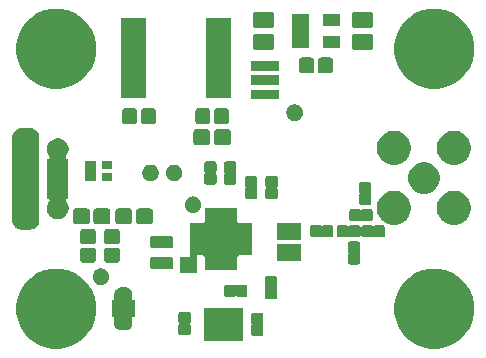
<source format=gts>
G04 #@! TF.GenerationSoftware,KiCad,Pcbnew,(5.0.0)*
G04 #@! TF.CreationDate,2019-01-10T03:08:01-03:00*
G04 #@! TF.ProjectId,EstacionTerrena,4573746163696F6E54657272656E612E,rev?*
G04 #@! TF.SameCoordinates,Original*
G04 #@! TF.FileFunction,Soldermask,Top*
G04 #@! TF.FilePolarity,Negative*
%FSLAX46Y46*%
G04 Gerber Fmt 4.6, Leading zero omitted, Abs format (unit mm)*
G04 Created by KiCad (PCBNEW (5.0.0)) date 01/10/19 03:08:01*
%MOMM*%
%LPD*%
G01*
G04 APERTURE LIST*
%ADD10C,0.100000*%
G04 APERTURE END LIST*
D10*
G36*
X36991743Y-22730660D02*
X37610503Y-22986958D01*
X38167377Y-23359050D01*
X38640950Y-23832623D01*
X39013042Y-24389497D01*
X39269340Y-25008257D01*
X39400000Y-25665128D01*
X39400000Y-26334872D01*
X39269340Y-26991743D01*
X39013042Y-27610503D01*
X38640950Y-28167377D01*
X38167377Y-28640950D01*
X37610503Y-29013042D01*
X36991743Y-29269340D01*
X36334872Y-29400000D01*
X35665128Y-29400000D01*
X35008257Y-29269340D01*
X34389497Y-29013042D01*
X33832623Y-28640950D01*
X33359050Y-28167377D01*
X32986958Y-27610503D01*
X32730660Y-26991743D01*
X32600000Y-26334872D01*
X32600000Y-25665128D01*
X32730660Y-25008257D01*
X32986958Y-24389497D01*
X33359050Y-23832623D01*
X33832623Y-23359050D01*
X34389497Y-22986958D01*
X35008257Y-22730660D01*
X35665128Y-22600000D01*
X36334872Y-22600000D01*
X36991743Y-22730660D01*
X36991743Y-22730660D01*
G37*
G36*
X4991743Y-22730660D02*
X5610503Y-22986958D01*
X6167377Y-23359050D01*
X6640950Y-23832623D01*
X7013042Y-24389497D01*
X7269340Y-25008257D01*
X7400000Y-25665128D01*
X7400000Y-26334872D01*
X7269340Y-26991743D01*
X7013042Y-27610503D01*
X6640950Y-28167377D01*
X6167377Y-28640950D01*
X5610503Y-29013042D01*
X4991743Y-29269340D01*
X4334872Y-29400000D01*
X3665128Y-29400000D01*
X3008257Y-29269340D01*
X2389497Y-29013042D01*
X1832623Y-28640950D01*
X1359050Y-28167377D01*
X986958Y-27610503D01*
X730660Y-26991743D01*
X600000Y-26334872D01*
X600000Y-25665128D01*
X730660Y-25008257D01*
X986958Y-24389497D01*
X1359050Y-23832623D01*
X1832623Y-23359050D01*
X2389497Y-22986958D01*
X3008257Y-22730660D01*
X3665128Y-22600000D01*
X4334872Y-22600000D01*
X4991743Y-22730660D01*
X4991743Y-22730660D01*
G37*
G36*
X19822400Y-28723400D02*
X16522400Y-28723400D01*
X16522400Y-25923400D01*
X19822400Y-25923400D01*
X19822400Y-28723400D01*
X19822400Y-28723400D01*
G37*
G36*
X21388174Y-26347548D02*
X21422768Y-26358042D01*
X21454641Y-26375078D01*
X21482587Y-26398013D01*
X21505522Y-26425959D01*
X21522558Y-26457832D01*
X21533052Y-26492426D01*
X21537200Y-26534541D01*
X21537200Y-27142259D01*
X21533052Y-27184374D01*
X21522558Y-27218968D01*
X21501413Y-27258528D01*
X21497443Y-27264469D01*
X21488064Y-27287108D01*
X21483283Y-27311141D01*
X21483281Y-27335645D01*
X21488060Y-27359679D01*
X21497437Y-27382318D01*
X21501405Y-27388258D01*
X21522558Y-27427832D01*
X21533052Y-27462426D01*
X21537200Y-27504541D01*
X21537200Y-28112259D01*
X21533052Y-28154374D01*
X21522558Y-28188968D01*
X21505522Y-28220841D01*
X21482587Y-28248787D01*
X21454641Y-28271722D01*
X21422768Y-28288758D01*
X21388174Y-28299252D01*
X21346059Y-28303400D01*
X20688341Y-28303400D01*
X20646226Y-28299252D01*
X20611632Y-28288758D01*
X20579759Y-28271722D01*
X20551813Y-28248787D01*
X20528878Y-28220841D01*
X20511842Y-28188968D01*
X20501348Y-28154374D01*
X20497200Y-28112259D01*
X20497200Y-27504541D01*
X20501348Y-27462426D01*
X20511842Y-27427832D01*
X20532987Y-27388272D01*
X20536957Y-27382331D01*
X20546336Y-27359692D01*
X20551117Y-27335659D01*
X20551119Y-27311155D01*
X20546340Y-27287121D01*
X20536963Y-27264482D01*
X20532995Y-27258542D01*
X20511842Y-27218968D01*
X20501348Y-27184374D01*
X20497200Y-27142259D01*
X20497200Y-26534541D01*
X20501348Y-26492426D01*
X20511842Y-26457832D01*
X20528878Y-26425959D01*
X20551813Y-26398013D01*
X20579759Y-26375078D01*
X20611632Y-26358042D01*
X20646226Y-26347548D01*
X20688341Y-26343400D01*
X21346059Y-26343400D01*
X21388174Y-26347548D01*
X21388174Y-26347548D01*
G37*
G36*
X15241374Y-26271248D02*
X15275968Y-26281742D01*
X15307841Y-26298778D01*
X15335787Y-26321713D01*
X15358722Y-26349659D01*
X15375758Y-26381532D01*
X15386252Y-26416126D01*
X15390400Y-26458241D01*
X15390400Y-27065959D01*
X15386252Y-27108074D01*
X15375758Y-27142668D01*
X15354613Y-27182228D01*
X15350643Y-27188169D01*
X15341264Y-27210808D01*
X15336483Y-27234841D01*
X15336481Y-27259345D01*
X15341260Y-27283379D01*
X15350637Y-27306018D01*
X15354605Y-27311958D01*
X15375758Y-27351532D01*
X15386252Y-27386126D01*
X15390400Y-27428241D01*
X15390400Y-28035959D01*
X15386252Y-28078074D01*
X15375758Y-28112668D01*
X15358722Y-28144541D01*
X15335787Y-28172487D01*
X15307841Y-28195422D01*
X15275968Y-28212458D01*
X15241374Y-28222952D01*
X15199259Y-28227100D01*
X14541541Y-28227100D01*
X14499426Y-28222952D01*
X14464832Y-28212458D01*
X14432959Y-28195422D01*
X14405013Y-28172487D01*
X14382078Y-28144541D01*
X14365042Y-28112668D01*
X14354548Y-28078074D01*
X14350400Y-28035959D01*
X14350400Y-27428241D01*
X14354548Y-27386126D01*
X14365042Y-27351532D01*
X14386187Y-27311972D01*
X14390157Y-27306031D01*
X14399536Y-27283392D01*
X14404317Y-27259359D01*
X14404319Y-27234855D01*
X14399540Y-27210821D01*
X14390163Y-27188182D01*
X14386195Y-27182242D01*
X14365042Y-27142668D01*
X14354548Y-27108074D01*
X14350400Y-27065959D01*
X14350400Y-26458241D01*
X14354548Y-26416126D01*
X14365042Y-26381532D01*
X14382078Y-26349659D01*
X14405013Y-26321713D01*
X14432959Y-26298778D01*
X14464832Y-26281742D01*
X14499426Y-26271248D01*
X14541541Y-26267100D01*
X15199259Y-26267100D01*
X15241374Y-26271248D01*
X15241374Y-26271248D01*
G37*
G36*
X9936000Y-24195408D02*
X9985009Y-24195408D01*
X10081142Y-24214530D01*
X10171698Y-24252039D01*
X10253197Y-24306495D01*
X10322505Y-24375803D01*
X10376961Y-24457302D01*
X10414470Y-24547858D01*
X10433592Y-24643991D01*
X10433592Y-24693000D01*
X10436000Y-24693000D01*
X10436000Y-25243000D01*
X10336624Y-25243000D01*
X10347612Y-25256388D01*
X10366554Y-25271934D01*
X10388165Y-25283485D01*
X10411614Y-25290598D01*
X10436000Y-25293000D01*
X10636000Y-25293000D01*
X10636000Y-26693000D01*
X10436000Y-26693000D01*
X10411614Y-26695402D01*
X10388165Y-26702515D01*
X10366554Y-26714066D01*
X10347612Y-26729612D01*
X10336624Y-26743000D01*
X10436000Y-26743000D01*
X10436000Y-27293000D01*
X10433592Y-27293000D01*
X10433592Y-27342009D01*
X10414470Y-27438142D01*
X10376961Y-27528698D01*
X10322505Y-27610197D01*
X10253197Y-27679505D01*
X10171698Y-27733961D01*
X10081142Y-27771470D01*
X9985009Y-27790592D01*
X9936000Y-27790592D01*
X9936000Y-27793000D01*
X9436000Y-27793000D01*
X9436000Y-27790592D01*
X9386991Y-27790592D01*
X9290858Y-27771470D01*
X9200302Y-27733961D01*
X9118803Y-27679505D01*
X9049495Y-27610197D01*
X8995039Y-27528698D01*
X8957530Y-27438142D01*
X8938408Y-27342009D01*
X8938408Y-27293000D01*
X8936000Y-27293000D01*
X8936000Y-26743000D01*
X9035376Y-26743000D01*
X9024388Y-26729612D01*
X9005446Y-26714066D01*
X8983835Y-26702515D01*
X8960386Y-26695402D01*
X8936000Y-26693000D01*
X8736000Y-26693000D01*
X8736000Y-25293000D01*
X8936000Y-25293000D01*
X8960386Y-25290598D01*
X8983835Y-25283485D01*
X9005446Y-25271934D01*
X9024388Y-25256388D01*
X9035376Y-25243000D01*
X8936000Y-25243000D01*
X8936000Y-24693000D01*
X8938408Y-24693000D01*
X8938408Y-24643991D01*
X8957530Y-24547858D01*
X8995039Y-24457302D01*
X9049495Y-24375803D01*
X9118803Y-24306495D01*
X9200302Y-24252039D01*
X9290858Y-24214530D01*
X9386991Y-24195408D01*
X9436000Y-24195408D01*
X9436000Y-24193000D01*
X9936000Y-24193000D01*
X9936000Y-24195408D01*
X9936000Y-24195408D01*
G37*
G36*
X22556574Y-23248748D02*
X22591168Y-23259242D01*
X22623041Y-23276278D01*
X22650987Y-23299213D01*
X22673922Y-23327159D01*
X22690958Y-23359032D01*
X22701452Y-23393626D01*
X22705600Y-23435741D01*
X22705600Y-24043459D01*
X22701452Y-24085574D01*
X22690958Y-24120168D01*
X22669813Y-24159728D01*
X22665843Y-24165669D01*
X22656464Y-24188308D01*
X22651683Y-24212341D01*
X22651681Y-24236845D01*
X22656460Y-24260879D01*
X22665837Y-24283518D01*
X22669805Y-24289458D01*
X22690958Y-24329032D01*
X22701452Y-24363626D01*
X22705600Y-24405741D01*
X22705600Y-25013459D01*
X22701452Y-25055574D01*
X22690958Y-25090168D01*
X22673922Y-25122041D01*
X22650987Y-25149987D01*
X22623041Y-25172922D01*
X22591168Y-25189958D01*
X22556574Y-25200452D01*
X22514459Y-25204600D01*
X21856741Y-25204600D01*
X21814626Y-25200452D01*
X21780032Y-25189958D01*
X21748159Y-25172922D01*
X21720213Y-25149987D01*
X21697278Y-25122041D01*
X21680242Y-25090168D01*
X21669748Y-25055574D01*
X21665600Y-25013459D01*
X21665600Y-24405741D01*
X21669748Y-24363626D01*
X21680242Y-24329032D01*
X21701387Y-24289472D01*
X21705357Y-24283531D01*
X21714736Y-24260892D01*
X21719517Y-24236859D01*
X21719519Y-24212355D01*
X21714740Y-24188321D01*
X21705363Y-24165682D01*
X21701395Y-24159742D01*
X21680242Y-24120168D01*
X21669748Y-24085574D01*
X21665600Y-24043459D01*
X21665600Y-23435741D01*
X21669748Y-23393626D01*
X21680242Y-23359032D01*
X21697278Y-23327159D01*
X21720213Y-23299213D01*
X21748159Y-23276278D01*
X21780032Y-23259242D01*
X21814626Y-23248748D01*
X21856741Y-23244600D01*
X22514459Y-23244600D01*
X22556574Y-23248748D01*
X22556574Y-23248748D01*
G37*
G36*
X19074874Y-23962748D02*
X19109468Y-23973242D01*
X19149028Y-23994387D01*
X19154969Y-23998357D01*
X19177608Y-24007736D01*
X19201641Y-24012517D01*
X19226145Y-24012519D01*
X19250179Y-24007740D01*
X19272818Y-23998363D01*
X19278758Y-23994395D01*
X19318332Y-23973242D01*
X19352926Y-23962748D01*
X19395041Y-23958600D01*
X20002759Y-23958600D01*
X20044874Y-23962748D01*
X20079468Y-23973242D01*
X20111341Y-23990278D01*
X20139287Y-24013213D01*
X20162222Y-24041159D01*
X20179258Y-24073032D01*
X20189752Y-24107626D01*
X20193900Y-24149741D01*
X20193900Y-24807459D01*
X20189752Y-24849574D01*
X20179258Y-24884168D01*
X20162222Y-24916041D01*
X20139287Y-24943987D01*
X20111341Y-24966922D01*
X20079468Y-24983958D01*
X20044874Y-24994452D01*
X20002759Y-24998600D01*
X19395041Y-24998600D01*
X19352926Y-24994452D01*
X19318332Y-24983958D01*
X19278772Y-24962813D01*
X19272831Y-24958843D01*
X19250192Y-24949464D01*
X19226159Y-24944683D01*
X19201655Y-24944681D01*
X19177621Y-24949460D01*
X19154982Y-24958837D01*
X19149042Y-24962805D01*
X19109468Y-24983958D01*
X19074874Y-24994452D01*
X19032759Y-24998600D01*
X18425041Y-24998600D01*
X18382926Y-24994452D01*
X18348332Y-24983958D01*
X18316459Y-24966922D01*
X18288513Y-24943987D01*
X18265578Y-24916041D01*
X18248542Y-24884168D01*
X18238048Y-24849574D01*
X18233900Y-24807459D01*
X18233900Y-24149741D01*
X18238048Y-24107626D01*
X18248542Y-24073032D01*
X18265578Y-24041159D01*
X18288513Y-24013213D01*
X18316459Y-23990278D01*
X18348332Y-23973242D01*
X18382926Y-23962748D01*
X18425041Y-23958600D01*
X19032759Y-23958600D01*
X19074874Y-23962748D01*
X19074874Y-23962748D01*
G37*
G36*
X7990183Y-22619900D02*
X8117574Y-22672668D01*
X8232225Y-22749275D01*
X8329725Y-22846775D01*
X8406332Y-22961426D01*
X8459100Y-23088817D01*
X8486000Y-23224055D01*
X8486000Y-23361945D01*
X8459100Y-23497183D01*
X8406332Y-23624574D01*
X8329725Y-23739225D01*
X8232225Y-23836725D01*
X8117574Y-23913332D01*
X7990183Y-23966100D01*
X7854945Y-23993000D01*
X7717055Y-23993000D01*
X7581817Y-23966100D01*
X7454426Y-23913332D01*
X7339775Y-23836725D01*
X7242275Y-23739225D01*
X7165668Y-23624574D01*
X7112900Y-23497183D01*
X7086000Y-23361945D01*
X7086000Y-23224055D01*
X7112900Y-23088817D01*
X7165668Y-22961426D01*
X7242275Y-22846775D01*
X7339775Y-22749275D01*
X7454426Y-22672668D01*
X7581817Y-22619900D01*
X7717055Y-22593000D01*
X7854945Y-22593000D01*
X7990183Y-22619900D01*
X7990183Y-22619900D01*
G37*
G36*
X19319200Y-18534800D02*
X19321602Y-18559186D01*
X19328715Y-18582635D01*
X19340266Y-18604246D01*
X19355812Y-18623188D01*
X19374754Y-18638734D01*
X19396365Y-18650285D01*
X19419814Y-18657398D01*
X19421442Y-18657558D01*
X19421602Y-18659186D01*
X19428715Y-18682635D01*
X19440266Y-18704246D01*
X19455812Y-18723188D01*
X19474754Y-18738734D01*
X19496365Y-18750285D01*
X19519814Y-18757398D01*
X19544200Y-18759800D01*
X20569200Y-18759800D01*
X20569200Y-21459800D01*
X19544200Y-21459800D01*
X19519814Y-21462202D01*
X19496365Y-21469315D01*
X19474754Y-21480866D01*
X19455812Y-21496412D01*
X19440266Y-21515354D01*
X19428715Y-21536965D01*
X19421602Y-21560414D01*
X19421442Y-21562042D01*
X19419814Y-21562202D01*
X19396365Y-21569315D01*
X19374754Y-21580866D01*
X19355812Y-21596412D01*
X19340266Y-21615354D01*
X19328715Y-21636965D01*
X19321602Y-21660414D01*
X19319200Y-21684800D01*
X19319200Y-22709800D01*
X16619200Y-22709800D01*
X16619200Y-21684800D01*
X16616798Y-21660414D01*
X16609685Y-21636965D01*
X16598134Y-21615354D01*
X16582588Y-21596412D01*
X16563646Y-21580866D01*
X16542035Y-21569315D01*
X16518586Y-21562202D01*
X16516958Y-21562042D01*
X16516798Y-21560414D01*
X16509685Y-21536965D01*
X16498134Y-21515354D01*
X16482588Y-21496412D01*
X16463646Y-21480866D01*
X16442035Y-21469315D01*
X16418586Y-21462202D01*
X16394200Y-21459800D01*
X16011000Y-21459800D01*
X15986614Y-21462202D01*
X15963165Y-21469315D01*
X15941554Y-21480866D01*
X15922612Y-21496412D01*
X15907066Y-21515354D01*
X15895515Y-21536965D01*
X15888402Y-21560414D01*
X15886000Y-21584800D01*
X15886000Y-22993000D01*
X14486000Y-22993000D01*
X14486000Y-21593000D01*
X15244200Y-21593000D01*
X15268586Y-21590598D01*
X15292035Y-21583485D01*
X15313646Y-21571934D01*
X15332588Y-21556388D01*
X15348134Y-21537446D01*
X15359685Y-21515835D01*
X15366798Y-21492386D01*
X15369200Y-21468000D01*
X15369200Y-18759800D01*
X16394200Y-18759800D01*
X16418586Y-18757398D01*
X16442035Y-18750285D01*
X16463646Y-18738734D01*
X16482588Y-18723188D01*
X16498134Y-18704246D01*
X16509685Y-18682635D01*
X16516798Y-18659186D01*
X16516958Y-18657558D01*
X16518586Y-18657398D01*
X16542035Y-18650285D01*
X16563646Y-18638734D01*
X16582588Y-18623188D01*
X16598134Y-18604246D01*
X16609685Y-18582635D01*
X16616798Y-18559186D01*
X16619200Y-18534800D01*
X16619200Y-17509800D01*
X19319200Y-17509800D01*
X19319200Y-18534800D01*
X19319200Y-18534800D01*
G37*
G36*
X12800974Y-21625948D02*
X12835568Y-21636442D01*
X12875128Y-21657587D01*
X12881069Y-21661557D01*
X12903708Y-21670936D01*
X12927741Y-21675717D01*
X12952245Y-21675719D01*
X12976279Y-21670940D01*
X12998918Y-21661563D01*
X13004858Y-21657595D01*
X13044432Y-21636442D01*
X13079026Y-21625948D01*
X13121141Y-21621800D01*
X13728859Y-21621800D01*
X13770974Y-21625948D01*
X13805568Y-21636442D01*
X13837441Y-21653478D01*
X13865387Y-21676413D01*
X13888322Y-21704359D01*
X13905358Y-21736232D01*
X13915852Y-21770826D01*
X13920000Y-21812941D01*
X13920000Y-22470659D01*
X13915852Y-22512774D01*
X13905358Y-22547368D01*
X13888322Y-22579241D01*
X13865387Y-22607187D01*
X13837441Y-22630122D01*
X13805568Y-22647158D01*
X13770974Y-22657652D01*
X13728859Y-22661800D01*
X13121141Y-22661800D01*
X13079026Y-22657652D01*
X13044432Y-22647158D01*
X13004872Y-22626013D01*
X12998931Y-22622043D01*
X12976292Y-22612664D01*
X12952259Y-22607883D01*
X12927755Y-22607881D01*
X12903721Y-22612660D01*
X12881082Y-22622037D01*
X12875142Y-22626005D01*
X12835568Y-22647158D01*
X12800974Y-22657652D01*
X12758859Y-22661800D01*
X12151141Y-22661800D01*
X12109026Y-22657652D01*
X12074432Y-22647158D01*
X12042559Y-22630122D01*
X12014613Y-22607187D01*
X11991678Y-22579241D01*
X11974642Y-22547368D01*
X11964148Y-22512774D01*
X11960000Y-22470659D01*
X11960000Y-21812941D01*
X11964148Y-21770826D01*
X11974642Y-21736232D01*
X11991678Y-21704359D01*
X12014613Y-21676413D01*
X12042559Y-21653478D01*
X12074432Y-21636442D01*
X12109026Y-21625948D01*
X12151141Y-21621800D01*
X12758859Y-21621800D01*
X12800974Y-21625948D01*
X12800974Y-21625948D01*
G37*
G36*
X29594774Y-20302348D02*
X29629368Y-20312842D01*
X29661241Y-20329878D01*
X29689187Y-20352813D01*
X29712122Y-20380759D01*
X29729158Y-20412632D01*
X29739652Y-20447226D01*
X29743800Y-20489341D01*
X29743800Y-21097059D01*
X29739652Y-21139174D01*
X29729158Y-21173768D01*
X29708013Y-21213328D01*
X29704043Y-21219269D01*
X29694664Y-21241908D01*
X29689883Y-21265941D01*
X29689881Y-21290445D01*
X29694660Y-21314479D01*
X29704037Y-21337118D01*
X29708005Y-21343058D01*
X29729158Y-21382632D01*
X29739652Y-21417226D01*
X29743800Y-21459341D01*
X29743800Y-22067059D01*
X29739652Y-22109174D01*
X29729158Y-22143768D01*
X29712122Y-22175641D01*
X29689187Y-22203587D01*
X29661241Y-22226522D01*
X29629368Y-22243558D01*
X29594774Y-22254052D01*
X29552659Y-22258200D01*
X28894941Y-22258200D01*
X28852826Y-22254052D01*
X28818232Y-22243558D01*
X28786359Y-22226522D01*
X28758413Y-22203587D01*
X28735478Y-22175641D01*
X28718442Y-22143768D01*
X28707948Y-22109174D01*
X28703800Y-22067059D01*
X28703800Y-21459341D01*
X28707948Y-21417226D01*
X28718442Y-21382632D01*
X28739587Y-21343072D01*
X28743557Y-21337131D01*
X28752936Y-21314492D01*
X28757717Y-21290459D01*
X28757719Y-21265955D01*
X28752940Y-21241921D01*
X28743563Y-21219282D01*
X28739595Y-21213342D01*
X28718442Y-21173768D01*
X28707948Y-21139174D01*
X28703800Y-21097059D01*
X28703800Y-20489341D01*
X28707948Y-20447226D01*
X28718442Y-20412632D01*
X28735478Y-20380759D01*
X28758413Y-20352813D01*
X28786359Y-20329878D01*
X28818232Y-20312842D01*
X28852826Y-20302348D01*
X28894941Y-20298200D01*
X29552659Y-20298200D01*
X29594774Y-20302348D01*
X29594774Y-20302348D01*
G37*
G36*
X9192222Y-20824117D02*
X9240185Y-20838666D01*
X9284375Y-20862286D01*
X9323118Y-20894082D01*
X9354914Y-20932825D01*
X9378534Y-20977015D01*
X9393083Y-21024978D01*
X9398600Y-21080991D01*
X9398600Y-21831209D01*
X9393083Y-21887222D01*
X9378534Y-21935185D01*
X9354914Y-21979375D01*
X9323118Y-22018118D01*
X9284375Y-22049914D01*
X9240185Y-22073534D01*
X9192222Y-22088083D01*
X9136209Y-22093600D01*
X8310991Y-22093600D01*
X8254978Y-22088083D01*
X8207015Y-22073534D01*
X8162825Y-22049914D01*
X8124082Y-22018118D01*
X8092286Y-21979375D01*
X8068666Y-21935185D01*
X8054117Y-21887222D01*
X8048600Y-21831209D01*
X8048600Y-21080991D01*
X8054117Y-21024978D01*
X8068666Y-20977015D01*
X8092286Y-20932825D01*
X8124082Y-20894082D01*
X8162825Y-20862286D01*
X8207015Y-20838666D01*
X8254978Y-20824117D01*
X8310991Y-20818600D01*
X9136209Y-20818600D01*
X9192222Y-20824117D01*
X9192222Y-20824117D01*
G37*
G36*
X7160222Y-20824117D02*
X7208185Y-20838666D01*
X7252375Y-20862286D01*
X7291118Y-20894082D01*
X7322914Y-20932825D01*
X7346534Y-20977015D01*
X7361083Y-21024978D01*
X7366600Y-21080991D01*
X7366600Y-21831209D01*
X7361083Y-21887222D01*
X7346534Y-21935185D01*
X7322914Y-21979375D01*
X7291118Y-22018118D01*
X7252375Y-22049914D01*
X7208185Y-22073534D01*
X7160222Y-22088083D01*
X7104209Y-22093600D01*
X6278991Y-22093600D01*
X6222978Y-22088083D01*
X6175015Y-22073534D01*
X6130825Y-22049914D01*
X6092082Y-22018118D01*
X6060286Y-21979375D01*
X6036666Y-21935185D01*
X6022117Y-21887222D01*
X6016600Y-21831209D01*
X6016600Y-21080991D01*
X6022117Y-21024978D01*
X6036666Y-20977015D01*
X6060286Y-20932825D01*
X6092082Y-20894082D01*
X6130825Y-20862286D01*
X6175015Y-20838666D01*
X6222978Y-20824117D01*
X6278991Y-20818600D01*
X7104209Y-20818600D01*
X7160222Y-20824117D01*
X7160222Y-20824117D01*
G37*
G36*
X24734600Y-21959800D02*
X22684600Y-21959800D01*
X22684600Y-20559800D01*
X24734600Y-20559800D01*
X24734600Y-21959800D01*
X24734600Y-21959800D01*
G37*
G36*
X12800974Y-19847948D02*
X12835568Y-19858442D01*
X12875128Y-19879587D01*
X12881069Y-19883557D01*
X12903708Y-19892936D01*
X12927741Y-19897717D01*
X12952245Y-19897719D01*
X12976279Y-19892940D01*
X12998918Y-19883563D01*
X13004858Y-19879595D01*
X13044432Y-19858442D01*
X13079026Y-19847948D01*
X13121141Y-19843800D01*
X13728859Y-19843800D01*
X13770974Y-19847948D01*
X13805568Y-19858442D01*
X13837441Y-19875478D01*
X13865387Y-19898413D01*
X13888322Y-19926359D01*
X13905358Y-19958232D01*
X13915852Y-19992826D01*
X13920000Y-20034941D01*
X13920000Y-20692659D01*
X13915852Y-20734774D01*
X13905358Y-20769368D01*
X13888322Y-20801241D01*
X13865387Y-20829187D01*
X13837441Y-20852122D01*
X13805568Y-20869158D01*
X13770974Y-20879652D01*
X13728859Y-20883800D01*
X13121141Y-20883800D01*
X13079026Y-20879652D01*
X13044432Y-20869158D01*
X13004872Y-20848013D01*
X12998931Y-20844043D01*
X12976292Y-20834664D01*
X12952259Y-20829883D01*
X12927755Y-20829881D01*
X12903721Y-20834660D01*
X12881082Y-20844037D01*
X12875142Y-20848005D01*
X12835568Y-20869158D01*
X12800974Y-20879652D01*
X12758859Y-20883800D01*
X12151141Y-20883800D01*
X12109026Y-20879652D01*
X12074432Y-20869158D01*
X12042559Y-20852122D01*
X12014613Y-20829187D01*
X11991678Y-20801241D01*
X11974642Y-20769368D01*
X11964148Y-20734774D01*
X11960000Y-20692659D01*
X11960000Y-20034941D01*
X11964148Y-19992826D01*
X11974642Y-19958232D01*
X11991678Y-19926359D01*
X12014613Y-19898413D01*
X12042559Y-19875478D01*
X12074432Y-19858442D01*
X12109026Y-19847948D01*
X12151141Y-19843800D01*
X12758859Y-19843800D01*
X12800974Y-19847948D01*
X12800974Y-19847948D01*
G37*
G36*
X7160222Y-19249117D02*
X7208185Y-19263666D01*
X7252375Y-19287286D01*
X7291118Y-19319082D01*
X7322914Y-19357825D01*
X7346534Y-19402015D01*
X7361083Y-19449978D01*
X7366600Y-19505991D01*
X7366600Y-20256209D01*
X7361083Y-20312222D01*
X7346534Y-20360185D01*
X7322914Y-20404375D01*
X7291118Y-20443118D01*
X7252375Y-20474914D01*
X7208185Y-20498534D01*
X7160222Y-20513083D01*
X7104209Y-20518600D01*
X6278991Y-20518600D01*
X6222978Y-20513083D01*
X6175015Y-20498534D01*
X6130825Y-20474914D01*
X6092082Y-20443118D01*
X6060286Y-20404375D01*
X6036666Y-20360185D01*
X6022117Y-20312222D01*
X6016600Y-20256209D01*
X6016600Y-19505991D01*
X6022117Y-19449978D01*
X6036666Y-19402015D01*
X6060286Y-19357825D01*
X6092082Y-19319082D01*
X6130825Y-19287286D01*
X6175015Y-19263666D01*
X6222978Y-19249117D01*
X6278991Y-19243600D01*
X7104209Y-19243600D01*
X7160222Y-19249117D01*
X7160222Y-19249117D01*
G37*
G36*
X9192222Y-19249117D02*
X9240185Y-19263666D01*
X9284375Y-19287286D01*
X9323118Y-19319082D01*
X9354914Y-19357825D01*
X9378534Y-19402015D01*
X9393083Y-19449978D01*
X9398600Y-19505991D01*
X9398600Y-20256209D01*
X9393083Y-20312222D01*
X9378534Y-20360185D01*
X9354914Y-20404375D01*
X9323118Y-20443118D01*
X9284375Y-20474914D01*
X9240185Y-20498534D01*
X9192222Y-20513083D01*
X9136209Y-20518600D01*
X8310991Y-20518600D01*
X8254978Y-20513083D01*
X8207015Y-20498534D01*
X8162825Y-20474914D01*
X8124082Y-20443118D01*
X8092286Y-20404375D01*
X8068666Y-20360185D01*
X8054117Y-20312222D01*
X8048600Y-20256209D01*
X8048600Y-19505991D01*
X8054117Y-19449978D01*
X8068666Y-19402015D01*
X8092286Y-19357825D01*
X8124082Y-19319082D01*
X8162825Y-19287286D01*
X8207015Y-19263666D01*
X8254978Y-19249117D01*
X8310991Y-19243600D01*
X9136209Y-19243600D01*
X9192222Y-19249117D01*
X9192222Y-19249117D01*
G37*
G36*
X24734600Y-20159800D02*
X22684600Y-20159800D01*
X22684600Y-18759800D01*
X24734600Y-18759800D01*
X24734600Y-20159800D01*
X24734600Y-20159800D01*
G37*
G36*
X28599774Y-18933548D02*
X28634368Y-18944042D01*
X28673928Y-18965187D01*
X28679869Y-18969157D01*
X28702508Y-18978536D01*
X28726541Y-18983317D01*
X28751045Y-18983319D01*
X28775079Y-18978540D01*
X28797718Y-18969163D01*
X28803658Y-18965195D01*
X28843232Y-18944042D01*
X28877826Y-18933548D01*
X28919941Y-18929400D01*
X29527659Y-18929400D01*
X29569774Y-18933548D01*
X29604368Y-18944042D01*
X29636241Y-18961078D01*
X29664187Y-18984013D01*
X29691504Y-19017298D01*
X29697470Y-19026228D01*
X29714797Y-19043556D01*
X29735170Y-19057171D01*
X29757809Y-19066549D01*
X29781842Y-19071331D01*
X29806347Y-19071332D01*
X29830380Y-19066552D01*
X29853020Y-19057176D01*
X29873395Y-19043563D01*
X29890723Y-19026236D01*
X29896691Y-19017305D01*
X29924013Y-18984013D01*
X29951959Y-18961078D01*
X29983832Y-18944042D01*
X30018426Y-18933548D01*
X30060541Y-18929400D01*
X30668259Y-18929400D01*
X30710374Y-18933548D01*
X30744968Y-18944042D01*
X30784528Y-18965187D01*
X30790469Y-18969157D01*
X30813108Y-18978536D01*
X30837141Y-18983317D01*
X30861645Y-18983319D01*
X30885679Y-18978540D01*
X30908318Y-18969163D01*
X30914258Y-18965195D01*
X30953832Y-18944042D01*
X30988426Y-18933548D01*
X31030541Y-18929400D01*
X31638259Y-18929400D01*
X31680374Y-18933548D01*
X31714968Y-18944042D01*
X31746841Y-18961078D01*
X31774787Y-18984013D01*
X31797722Y-19011959D01*
X31814758Y-19043832D01*
X31825252Y-19078426D01*
X31829400Y-19120541D01*
X31829400Y-19778259D01*
X31825252Y-19820374D01*
X31814758Y-19854968D01*
X31797722Y-19886841D01*
X31774787Y-19914787D01*
X31746841Y-19937722D01*
X31714968Y-19954758D01*
X31680374Y-19965252D01*
X31638259Y-19969400D01*
X31030541Y-19969400D01*
X30988426Y-19965252D01*
X30953832Y-19954758D01*
X30914272Y-19933613D01*
X30908331Y-19929643D01*
X30885692Y-19920264D01*
X30861659Y-19915483D01*
X30837155Y-19915481D01*
X30813121Y-19920260D01*
X30790482Y-19929637D01*
X30784542Y-19933605D01*
X30744968Y-19954758D01*
X30710374Y-19965252D01*
X30668259Y-19969400D01*
X30060541Y-19969400D01*
X30018426Y-19965252D01*
X29983832Y-19954758D01*
X29951959Y-19937722D01*
X29924013Y-19914787D01*
X29896696Y-19881502D01*
X29890730Y-19872572D01*
X29873403Y-19855244D01*
X29853030Y-19841629D01*
X29830391Y-19832251D01*
X29806358Y-19827469D01*
X29781853Y-19827468D01*
X29757820Y-19832248D01*
X29735180Y-19841624D01*
X29714805Y-19855237D01*
X29697477Y-19872564D01*
X29691509Y-19881495D01*
X29664187Y-19914787D01*
X29636241Y-19937722D01*
X29604368Y-19954758D01*
X29569774Y-19965252D01*
X29527659Y-19969400D01*
X28919941Y-19969400D01*
X28877826Y-19965252D01*
X28843232Y-19954758D01*
X28803672Y-19933613D01*
X28797731Y-19929643D01*
X28775092Y-19920264D01*
X28751059Y-19915483D01*
X28726555Y-19915481D01*
X28702521Y-19920260D01*
X28679882Y-19929637D01*
X28673942Y-19933605D01*
X28634368Y-19954758D01*
X28599774Y-19965252D01*
X28557659Y-19969400D01*
X27949941Y-19969400D01*
X27907826Y-19965252D01*
X27873232Y-19954758D01*
X27841359Y-19937722D01*
X27813413Y-19914787D01*
X27790478Y-19886841D01*
X27773442Y-19854968D01*
X27762948Y-19820374D01*
X27758800Y-19778259D01*
X27758800Y-19120541D01*
X27762948Y-19078426D01*
X27773442Y-19043832D01*
X27790478Y-19011959D01*
X27813413Y-18984013D01*
X27841359Y-18961078D01*
X27873232Y-18944042D01*
X27907826Y-18933548D01*
X27949941Y-18929400D01*
X28557659Y-18929400D01*
X28599774Y-18933548D01*
X28599774Y-18933548D01*
G37*
G36*
X26354375Y-18920549D02*
X26388969Y-18931043D01*
X26428529Y-18952188D01*
X26434470Y-18956158D01*
X26457109Y-18965537D01*
X26481142Y-18970318D01*
X26505646Y-18970320D01*
X26529680Y-18965541D01*
X26552319Y-18956164D01*
X26558259Y-18952196D01*
X26597833Y-18931043D01*
X26632427Y-18920549D01*
X26674542Y-18916401D01*
X27282260Y-18916401D01*
X27324375Y-18920549D01*
X27358969Y-18931043D01*
X27390842Y-18948079D01*
X27418788Y-18971014D01*
X27441723Y-18998960D01*
X27458759Y-19030833D01*
X27469253Y-19065427D01*
X27473401Y-19107542D01*
X27473401Y-19765260D01*
X27469253Y-19807375D01*
X27458759Y-19841969D01*
X27441723Y-19873842D01*
X27418788Y-19901788D01*
X27390842Y-19924723D01*
X27358969Y-19941759D01*
X27324375Y-19952253D01*
X27282260Y-19956401D01*
X26674542Y-19956401D01*
X26632427Y-19952253D01*
X26597833Y-19941759D01*
X26558273Y-19920614D01*
X26552332Y-19916644D01*
X26529693Y-19907265D01*
X26505660Y-19902484D01*
X26481156Y-19902482D01*
X26457122Y-19907261D01*
X26434483Y-19916638D01*
X26428543Y-19920606D01*
X26388969Y-19941759D01*
X26354375Y-19952253D01*
X26312260Y-19956401D01*
X25704542Y-19956401D01*
X25662427Y-19952253D01*
X25627833Y-19941759D01*
X25595960Y-19924723D01*
X25568014Y-19901788D01*
X25545079Y-19873842D01*
X25528043Y-19841969D01*
X25517549Y-19807375D01*
X25513401Y-19765260D01*
X25513401Y-19107542D01*
X25517549Y-19065427D01*
X25528043Y-19030833D01*
X25545079Y-18998960D01*
X25568014Y-18971014D01*
X25595960Y-18948079D01*
X25627833Y-18931043D01*
X25662427Y-18920549D01*
X25704542Y-18916401D01*
X26312260Y-18916401D01*
X26354375Y-18920549D01*
X26354375Y-18920549D01*
G37*
G36*
X1897149Y-10707717D02*
X1936327Y-10711576D01*
X2011728Y-10734449D01*
X2087129Y-10757321D01*
X2226108Y-10831608D01*
X2347922Y-10931578D01*
X2447892Y-11053392D01*
X2522179Y-11192371D01*
X2527916Y-11211285D01*
X2537293Y-11233924D01*
X2550907Y-11254299D01*
X2568234Y-11271626D01*
X2579500Y-11279154D01*
X2579500Y-11454565D01*
X2580102Y-11466817D01*
X2583370Y-11500000D01*
X2580102Y-11533183D01*
X2579500Y-11545435D01*
X2579500Y-18454565D01*
X2580102Y-18466817D01*
X2583370Y-18500000D01*
X2580102Y-18533183D01*
X2579500Y-18545435D01*
X2579500Y-18720311D01*
X2578088Y-18721066D01*
X2559146Y-18736612D01*
X2543600Y-18755554D01*
X2532049Y-18777165D01*
X2527916Y-18788715D01*
X2522179Y-18807629D01*
X2447892Y-18946608D01*
X2347922Y-19068422D01*
X2226108Y-19168392D01*
X2087129Y-19242679D01*
X2030688Y-19259800D01*
X1936327Y-19288424D01*
X1897149Y-19292283D01*
X1818795Y-19300000D01*
X1040205Y-19300000D01*
X961851Y-19292283D01*
X922673Y-19288424D01*
X828312Y-19259800D01*
X771871Y-19242679D01*
X632892Y-19168392D01*
X511078Y-19068422D01*
X411108Y-18946608D01*
X336821Y-18807629D01*
X331084Y-18788715D01*
X321707Y-18766076D01*
X308093Y-18745701D01*
X290766Y-18728374D01*
X279500Y-18720846D01*
X279500Y-18545435D01*
X278898Y-18533183D01*
X275630Y-18500000D01*
X278898Y-18466817D01*
X279500Y-18454565D01*
X279500Y-11545435D01*
X278898Y-11533183D01*
X275630Y-11500000D01*
X278898Y-11466817D01*
X279500Y-11454565D01*
X279500Y-11279689D01*
X280912Y-11278934D01*
X299854Y-11263388D01*
X315400Y-11244446D01*
X326951Y-11222835D01*
X331084Y-11211285D01*
X336821Y-11192371D01*
X411108Y-11053392D01*
X511078Y-10931578D01*
X632892Y-10831608D01*
X771871Y-10757321D01*
X847272Y-10734449D01*
X922673Y-10711576D01*
X961851Y-10707717D01*
X1040205Y-10700000D01*
X1818795Y-10700000D01*
X1897149Y-10707717D01*
X1897149Y-10707717D01*
G37*
G36*
X33022547Y-16073922D02*
X33286433Y-16183227D01*
X33523924Y-16341913D01*
X33725887Y-16543876D01*
X33884573Y-16781367D01*
X33993878Y-17045253D01*
X34049600Y-17325386D01*
X34049600Y-17611014D01*
X33993878Y-17891147D01*
X33884573Y-18155033D01*
X33725887Y-18392524D01*
X33523924Y-18594487D01*
X33286433Y-18753173D01*
X33022547Y-18862478D01*
X32742414Y-18918200D01*
X32456786Y-18918200D01*
X32176653Y-18862478D01*
X31912767Y-18753173D01*
X31675276Y-18594487D01*
X31473313Y-18392524D01*
X31314627Y-18155033D01*
X31205322Y-17891147D01*
X31149600Y-17611014D01*
X31149600Y-17325386D01*
X31205322Y-17045253D01*
X31314627Y-16781367D01*
X31473313Y-16543876D01*
X31675276Y-16341913D01*
X31912767Y-16183227D01*
X32176653Y-16073922D01*
X32456786Y-16018200D01*
X32742414Y-16018200D01*
X33022547Y-16073922D01*
X33022547Y-16073922D01*
G37*
G36*
X38102547Y-16073922D02*
X38366433Y-16183227D01*
X38603924Y-16341913D01*
X38805887Y-16543876D01*
X38964573Y-16781367D01*
X39073878Y-17045253D01*
X39129600Y-17325386D01*
X39129600Y-17611014D01*
X39073878Y-17891147D01*
X38964573Y-18155033D01*
X38805887Y-18392524D01*
X38603924Y-18594487D01*
X38366433Y-18753173D01*
X38102547Y-18862478D01*
X37822414Y-18918200D01*
X37536786Y-18918200D01*
X37256653Y-18862478D01*
X36992767Y-18753173D01*
X36755276Y-18594487D01*
X36553313Y-18392524D01*
X36394627Y-18155033D01*
X36285322Y-17891147D01*
X36229600Y-17611014D01*
X36229600Y-17325386D01*
X36285322Y-17045253D01*
X36394627Y-16781367D01*
X36553313Y-16543876D01*
X36755276Y-16341913D01*
X36992767Y-16183227D01*
X37256653Y-16073922D01*
X37536786Y-16018200D01*
X37822414Y-16018200D01*
X38102547Y-16073922D01*
X38102547Y-16073922D01*
G37*
G36*
X10231730Y-17510277D02*
X10283210Y-17525893D01*
X10330642Y-17551246D01*
X10372227Y-17585373D01*
X10406354Y-17626958D01*
X10431707Y-17674390D01*
X10447323Y-17725870D01*
X10453200Y-17785540D01*
X10453200Y-18573260D01*
X10447323Y-18632930D01*
X10431707Y-18684410D01*
X10406354Y-18731842D01*
X10372227Y-18773427D01*
X10330642Y-18807554D01*
X10283210Y-18832907D01*
X10231730Y-18848523D01*
X10172060Y-18854400D01*
X9284340Y-18854400D01*
X9224670Y-18848523D01*
X9173190Y-18832907D01*
X9125758Y-18807554D01*
X9084173Y-18773427D01*
X9050046Y-18731842D01*
X9024693Y-18684410D01*
X9009077Y-18632930D01*
X9003200Y-18573260D01*
X9003200Y-17785540D01*
X9009077Y-17725870D01*
X9024693Y-17674390D01*
X9050046Y-17626958D01*
X9084173Y-17585373D01*
X9125758Y-17551246D01*
X9173190Y-17525893D01*
X9224670Y-17510277D01*
X9284340Y-17504400D01*
X10172060Y-17504400D01*
X10231730Y-17510277D01*
X10231730Y-17510277D01*
G37*
G36*
X11981730Y-17510277D02*
X12033210Y-17525893D01*
X12080642Y-17551246D01*
X12122227Y-17585373D01*
X12156354Y-17626958D01*
X12181707Y-17674390D01*
X12197323Y-17725870D01*
X12203200Y-17785540D01*
X12203200Y-18573260D01*
X12197323Y-18632930D01*
X12181707Y-18684410D01*
X12156354Y-18731842D01*
X12122227Y-18773427D01*
X12080642Y-18807554D01*
X12033210Y-18832907D01*
X11981730Y-18848523D01*
X11922060Y-18854400D01*
X11034340Y-18854400D01*
X10974670Y-18848523D01*
X10923190Y-18832907D01*
X10875758Y-18807554D01*
X10834173Y-18773427D01*
X10800046Y-18731842D01*
X10774693Y-18684410D01*
X10759077Y-18632930D01*
X10753200Y-18573260D01*
X10753200Y-17785540D01*
X10759077Y-17725870D01*
X10774693Y-17674390D01*
X10800046Y-17626958D01*
X10834173Y-17585373D01*
X10875758Y-17551246D01*
X10923190Y-17525893D01*
X10974670Y-17510277D01*
X11034340Y-17504400D01*
X11922060Y-17504400D01*
X11981730Y-17510277D01*
X11981730Y-17510277D01*
G37*
G36*
X6624930Y-17510277D02*
X6676410Y-17525893D01*
X6723842Y-17551246D01*
X6765427Y-17585373D01*
X6799554Y-17626958D01*
X6824907Y-17674390D01*
X6840523Y-17725870D01*
X6846400Y-17785540D01*
X6846400Y-18573260D01*
X6840523Y-18632930D01*
X6824907Y-18684410D01*
X6799554Y-18731842D01*
X6765427Y-18773427D01*
X6723842Y-18807554D01*
X6676410Y-18832907D01*
X6624930Y-18848523D01*
X6565260Y-18854400D01*
X5677540Y-18854400D01*
X5617870Y-18848523D01*
X5566390Y-18832907D01*
X5518958Y-18807554D01*
X5477373Y-18773427D01*
X5443246Y-18731842D01*
X5417893Y-18684410D01*
X5402277Y-18632930D01*
X5396400Y-18573260D01*
X5396400Y-17785540D01*
X5402277Y-17725870D01*
X5417893Y-17674390D01*
X5443246Y-17626958D01*
X5477373Y-17585373D01*
X5518958Y-17551246D01*
X5566390Y-17525893D01*
X5617870Y-17510277D01*
X5677540Y-17504400D01*
X6565260Y-17504400D01*
X6624930Y-17510277D01*
X6624930Y-17510277D01*
G37*
G36*
X8374930Y-17510277D02*
X8426410Y-17525893D01*
X8473842Y-17551246D01*
X8515427Y-17585373D01*
X8549554Y-17626958D01*
X8574907Y-17674390D01*
X8590523Y-17725870D01*
X8596400Y-17785540D01*
X8596400Y-18573260D01*
X8590523Y-18632930D01*
X8574907Y-18684410D01*
X8549554Y-18731842D01*
X8515427Y-18773427D01*
X8473842Y-18807554D01*
X8426410Y-18832907D01*
X8374930Y-18848523D01*
X8315260Y-18854400D01*
X7427540Y-18854400D01*
X7367870Y-18848523D01*
X7316390Y-18832907D01*
X7268958Y-18807554D01*
X7227373Y-18773427D01*
X7193246Y-18731842D01*
X7167893Y-18684410D01*
X7152277Y-18632930D01*
X7146400Y-18573260D01*
X7146400Y-17785540D01*
X7152277Y-17725870D01*
X7167893Y-17674390D01*
X7193246Y-17626958D01*
X7227373Y-17585373D01*
X7268958Y-17551246D01*
X7316390Y-17525893D01*
X7367870Y-17510277D01*
X7427540Y-17504400D01*
X8315260Y-17504400D01*
X8374930Y-17510277D01*
X8374930Y-17510277D01*
G37*
G36*
X29666574Y-17561948D02*
X29701168Y-17572442D01*
X29740728Y-17593587D01*
X29746669Y-17597557D01*
X29769308Y-17606936D01*
X29793341Y-17611717D01*
X29817845Y-17611719D01*
X29841879Y-17606940D01*
X29864518Y-17597563D01*
X29870458Y-17593595D01*
X29910032Y-17572442D01*
X29944626Y-17561948D01*
X29986741Y-17557800D01*
X30594459Y-17557800D01*
X30636574Y-17561948D01*
X30671168Y-17572442D01*
X30703041Y-17589478D01*
X30730987Y-17612413D01*
X30753922Y-17640359D01*
X30770958Y-17672232D01*
X30781452Y-17706826D01*
X30785600Y-17748941D01*
X30785600Y-18406659D01*
X30781452Y-18448774D01*
X30770958Y-18483368D01*
X30753922Y-18515241D01*
X30730987Y-18543187D01*
X30703041Y-18566122D01*
X30671168Y-18583158D01*
X30636574Y-18593652D01*
X30594459Y-18597800D01*
X29986741Y-18597800D01*
X29944626Y-18593652D01*
X29910032Y-18583158D01*
X29870472Y-18562013D01*
X29864531Y-18558043D01*
X29841892Y-18548664D01*
X29817859Y-18543883D01*
X29793355Y-18543881D01*
X29769321Y-18548660D01*
X29746682Y-18558037D01*
X29740742Y-18562005D01*
X29701168Y-18583158D01*
X29666574Y-18593652D01*
X29624459Y-18597800D01*
X29016741Y-18597800D01*
X28974626Y-18593652D01*
X28940032Y-18583158D01*
X28908159Y-18566122D01*
X28880213Y-18543187D01*
X28857278Y-18515241D01*
X28840242Y-18483368D01*
X28829748Y-18448774D01*
X28825600Y-18406659D01*
X28825600Y-17748941D01*
X28829748Y-17706826D01*
X28840242Y-17672232D01*
X28857278Y-17640359D01*
X28880213Y-17612413D01*
X28908159Y-17589478D01*
X28940032Y-17572442D01*
X28974626Y-17561948D01*
X29016741Y-17557800D01*
X29624459Y-17557800D01*
X29666574Y-17561948D01*
X29666574Y-17561948D01*
G37*
G36*
X4399311Y-11610546D02*
X4399314Y-11610547D01*
X4399313Y-11610547D01*
X4567652Y-11680275D01*
X4567653Y-11680276D01*
X4719156Y-11781507D01*
X4847993Y-11910344D01*
X4847995Y-11910347D01*
X4949225Y-12061848D01*
X4993357Y-12168393D01*
X5018954Y-12230189D01*
X5054500Y-12408894D01*
X5054500Y-12591106D01*
X5018954Y-12769811D01*
X5018953Y-12769813D01*
X4949225Y-12938152D01*
X4949224Y-12938153D01*
X4845603Y-13093233D01*
X4835491Y-13105554D01*
X4823940Y-13127165D01*
X4816827Y-13150614D01*
X4814425Y-13175000D01*
X4816827Y-13199386D01*
X4823940Y-13222835D01*
X4835491Y-13244446D01*
X4851037Y-13263388D01*
X4869979Y-13278934D01*
X4891590Y-13290485D01*
X4915039Y-13297598D01*
X4939425Y-13300000D01*
X5004500Y-13300000D01*
X5004500Y-16700000D01*
X4939425Y-16700000D01*
X4915039Y-16702402D01*
X4891590Y-16709515D01*
X4869979Y-16721066D01*
X4851037Y-16736612D01*
X4835491Y-16755554D01*
X4823940Y-16777165D01*
X4816827Y-16800614D01*
X4814425Y-16825000D01*
X4816827Y-16849386D01*
X4823940Y-16872835D01*
X4835491Y-16894446D01*
X4845603Y-16906767D01*
X4847995Y-16910347D01*
X4949225Y-17061848D01*
X4974992Y-17124055D01*
X5018954Y-17230189D01*
X5054500Y-17408894D01*
X5054500Y-17591106D01*
X5018954Y-17769811D01*
X5018953Y-17769813D01*
X4949225Y-17938152D01*
X4849360Y-18087611D01*
X4847993Y-18089656D01*
X4719156Y-18218493D01*
X4719153Y-18218495D01*
X4567652Y-18319725D01*
X4437448Y-18373657D01*
X4399311Y-18389454D01*
X4220606Y-18425000D01*
X4038394Y-18425000D01*
X3859689Y-18389454D01*
X3821552Y-18373657D01*
X3691348Y-18319725D01*
X3539847Y-18218495D01*
X3539844Y-18218493D01*
X3411007Y-18089656D01*
X3409640Y-18087611D01*
X3309775Y-17938152D01*
X3240047Y-17769813D01*
X3240046Y-17769811D01*
X3204500Y-17591106D01*
X3204500Y-17408894D01*
X3240046Y-17230189D01*
X3284008Y-17124055D01*
X3309775Y-17061848D01*
X3411005Y-16910347D01*
X3413397Y-16906767D01*
X3423509Y-16894446D01*
X3435060Y-16872835D01*
X3442173Y-16849386D01*
X3444575Y-16825000D01*
X3442173Y-16800614D01*
X3435060Y-16777165D01*
X3423509Y-16755554D01*
X3407963Y-16736612D01*
X3389021Y-16721066D01*
X3367410Y-16709515D01*
X3343961Y-16702402D01*
X3319575Y-16700000D01*
X3254500Y-16700000D01*
X3254500Y-13300000D01*
X3319575Y-13300000D01*
X3343961Y-13297598D01*
X3367410Y-13290485D01*
X3389021Y-13278934D01*
X3407963Y-13263388D01*
X3423509Y-13244446D01*
X3435060Y-13222835D01*
X3442173Y-13199386D01*
X3444575Y-13175000D01*
X3442173Y-13150614D01*
X3435060Y-13127165D01*
X3423509Y-13105554D01*
X3413397Y-13093233D01*
X3309776Y-12938153D01*
X3309775Y-12938152D01*
X3240047Y-12769813D01*
X3240046Y-12769811D01*
X3204500Y-12591106D01*
X3204500Y-12408894D01*
X3240046Y-12230189D01*
X3265643Y-12168393D01*
X3309775Y-12061848D01*
X3411005Y-11910347D01*
X3411007Y-11910344D01*
X3539844Y-11781507D01*
X3691347Y-11680276D01*
X3691348Y-11680275D01*
X3859687Y-11610547D01*
X3859686Y-11610547D01*
X3859689Y-11610546D01*
X4038394Y-11575000D01*
X4220606Y-11575000D01*
X4399311Y-11610546D01*
X4399311Y-11610546D01*
G37*
G36*
X15790183Y-16519900D02*
X15917574Y-16572668D01*
X16032225Y-16649275D01*
X16129725Y-16746775D01*
X16206332Y-16861426D01*
X16259100Y-16988817D01*
X16286000Y-17124055D01*
X16286000Y-17261945D01*
X16259100Y-17397183D01*
X16214688Y-17504400D01*
X16206332Y-17524574D01*
X16129726Y-17639224D01*
X16032224Y-17736726D01*
X16001859Y-17757015D01*
X15917574Y-17813332D01*
X15790183Y-17866100D01*
X15654945Y-17893000D01*
X15517055Y-17893000D01*
X15381817Y-17866100D01*
X15254426Y-17813332D01*
X15170141Y-17757015D01*
X15139776Y-17736726D01*
X15042274Y-17639224D01*
X14965668Y-17524574D01*
X14957312Y-17504400D01*
X14912900Y-17397183D01*
X14886000Y-17261945D01*
X14886000Y-17124055D01*
X14912900Y-16988817D01*
X14965668Y-16861426D01*
X15042275Y-16746775D01*
X15139775Y-16649275D01*
X15254426Y-16572668D01*
X15381817Y-16519900D01*
X15517055Y-16493000D01*
X15654945Y-16493000D01*
X15790183Y-16519900D01*
X15790183Y-16519900D01*
G37*
G36*
X30532174Y-15273148D02*
X30566768Y-15283642D01*
X30598641Y-15300678D01*
X30626587Y-15323613D01*
X30649522Y-15351559D01*
X30666558Y-15383432D01*
X30677052Y-15418026D01*
X30681200Y-15460141D01*
X30681200Y-16067859D01*
X30677052Y-16109974D01*
X30666558Y-16144568D01*
X30645413Y-16184128D01*
X30641443Y-16190069D01*
X30632064Y-16212708D01*
X30627283Y-16236741D01*
X30627281Y-16261245D01*
X30632060Y-16285279D01*
X30641437Y-16307918D01*
X30645405Y-16313858D01*
X30666558Y-16353432D01*
X30677052Y-16388026D01*
X30681200Y-16430141D01*
X30681200Y-17037859D01*
X30677052Y-17079974D01*
X30666558Y-17114568D01*
X30649522Y-17146441D01*
X30626587Y-17174387D01*
X30598641Y-17197322D01*
X30566768Y-17214358D01*
X30532174Y-17224852D01*
X30490059Y-17229000D01*
X29832341Y-17229000D01*
X29790226Y-17224852D01*
X29755632Y-17214358D01*
X29723759Y-17197322D01*
X29695813Y-17174387D01*
X29672878Y-17146441D01*
X29655842Y-17114568D01*
X29645348Y-17079974D01*
X29641200Y-17037859D01*
X29641200Y-16430141D01*
X29645348Y-16388026D01*
X29655842Y-16353432D01*
X29676987Y-16313872D01*
X29680957Y-16307931D01*
X29690336Y-16285292D01*
X29695117Y-16261259D01*
X29695119Y-16236755D01*
X29690340Y-16212721D01*
X29680963Y-16190082D01*
X29676995Y-16184142D01*
X29655842Y-16144568D01*
X29645348Y-16109974D01*
X29641200Y-16067859D01*
X29641200Y-15460141D01*
X29645348Y-15418026D01*
X29655842Y-15383432D01*
X29672878Y-15351559D01*
X29695813Y-15323613D01*
X29723759Y-15300678D01*
X29755632Y-15283642D01*
X29790226Y-15273148D01*
X29832341Y-15269000D01*
X30490059Y-15269000D01*
X30532174Y-15273148D01*
X30532174Y-15273148D01*
G37*
G36*
X20880174Y-14765148D02*
X20914768Y-14775642D01*
X20946641Y-14792678D01*
X20974587Y-14815613D01*
X20997522Y-14843559D01*
X21014558Y-14875432D01*
X21025052Y-14910026D01*
X21029200Y-14952141D01*
X21029200Y-15559859D01*
X21025052Y-15601974D01*
X21014558Y-15636568D01*
X20993413Y-15676128D01*
X20989443Y-15682069D01*
X20980064Y-15704708D01*
X20975283Y-15728741D01*
X20975281Y-15753245D01*
X20980060Y-15777279D01*
X20989437Y-15799918D01*
X20993405Y-15805858D01*
X21014558Y-15845432D01*
X21025052Y-15880026D01*
X21029200Y-15922141D01*
X21029200Y-16529859D01*
X21025052Y-16571974D01*
X21014558Y-16606568D01*
X20997522Y-16638441D01*
X20974587Y-16666387D01*
X20946641Y-16689322D01*
X20914768Y-16706358D01*
X20880174Y-16716852D01*
X20838059Y-16721000D01*
X20180341Y-16721000D01*
X20138226Y-16716852D01*
X20103632Y-16706358D01*
X20071759Y-16689322D01*
X20043813Y-16666387D01*
X20020878Y-16638441D01*
X20003842Y-16606568D01*
X19993348Y-16571974D01*
X19989200Y-16529859D01*
X19989200Y-15922141D01*
X19993348Y-15880026D01*
X20003842Y-15845432D01*
X20024987Y-15805872D01*
X20028957Y-15799931D01*
X20038336Y-15777292D01*
X20043117Y-15753259D01*
X20043119Y-15728755D01*
X20038340Y-15704721D01*
X20028963Y-15682082D01*
X20024995Y-15676142D01*
X20003842Y-15636568D01*
X19993348Y-15601974D01*
X19989200Y-15559859D01*
X19989200Y-14952141D01*
X19993348Y-14910026D01*
X20003842Y-14875432D01*
X20020878Y-14843559D01*
X20043813Y-14815613D01*
X20071759Y-14792678D01*
X20103632Y-14775642D01*
X20138226Y-14765148D01*
X20180341Y-14761000D01*
X20838059Y-14761000D01*
X20880174Y-14765148D01*
X20880174Y-14765148D01*
G37*
G36*
X22607374Y-14765148D02*
X22641968Y-14775642D01*
X22673841Y-14792678D01*
X22701787Y-14815613D01*
X22724722Y-14843559D01*
X22741758Y-14875432D01*
X22752252Y-14910026D01*
X22756400Y-14952141D01*
X22756400Y-15559859D01*
X22752252Y-15601974D01*
X22741758Y-15636568D01*
X22720613Y-15676128D01*
X22716643Y-15682069D01*
X22707264Y-15704708D01*
X22702483Y-15728741D01*
X22702481Y-15753245D01*
X22707260Y-15777279D01*
X22716637Y-15799918D01*
X22720605Y-15805858D01*
X22741758Y-15845432D01*
X22752252Y-15880026D01*
X22756400Y-15922141D01*
X22756400Y-16529859D01*
X22752252Y-16571974D01*
X22741758Y-16606568D01*
X22724722Y-16638441D01*
X22701787Y-16666387D01*
X22673841Y-16689322D01*
X22641968Y-16706358D01*
X22607374Y-16716852D01*
X22565259Y-16721000D01*
X21907541Y-16721000D01*
X21865426Y-16716852D01*
X21830832Y-16706358D01*
X21798959Y-16689322D01*
X21771013Y-16666387D01*
X21748078Y-16638441D01*
X21731042Y-16606568D01*
X21720548Y-16571974D01*
X21716400Y-16529859D01*
X21716400Y-15922141D01*
X21720548Y-15880026D01*
X21731042Y-15845432D01*
X21752187Y-15805872D01*
X21756157Y-15799931D01*
X21765536Y-15777292D01*
X21770317Y-15753259D01*
X21770319Y-15728755D01*
X21765540Y-15704721D01*
X21756163Y-15682082D01*
X21752195Y-15676142D01*
X21731042Y-15636568D01*
X21720548Y-15601974D01*
X21716400Y-15559859D01*
X21716400Y-14952141D01*
X21720548Y-14910026D01*
X21731042Y-14875432D01*
X21748078Y-14843559D01*
X21771013Y-14815613D01*
X21798959Y-14792678D01*
X21830832Y-14775642D01*
X21865426Y-14765148D01*
X21907541Y-14761000D01*
X22565259Y-14761000D01*
X22607374Y-14765148D01*
X22607374Y-14765148D01*
G37*
G36*
X35533378Y-13630079D02*
X35779066Y-13731846D01*
X36000178Y-13879589D01*
X36188211Y-14067622D01*
X36335954Y-14288734D01*
X36437721Y-14534422D01*
X36489600Y-14795235D01*
X36489600Y-15061165D01*
X36437721Y-15321978D01*
X36335954Y-15567666D01*
X36188211Y-15788778D01*
X36000178Y-15976811D01*
X35779066Y-16124554D01*
X35533378Y-16226321D01*
X35272565Y-16278200D01*
X35006635Y-16278200D01*
X34745822Y-16226321D01*
X34500134Y-16124554D01*
X34279022Y-15976811D01*
X34090989Y-15788778D01*
X33943246Y-15567666D01*
X33841479Y-15321978D01*
X33789600Y-15061165D01*
X33789600Y-14795235D01*
X33841479Y-14534422D01*
X33943246Y-14288734D01*
X34090989Y-14067622D01*
X34279022Y-13879589D01*
X34500134Y-13731846D01*
X34745822Y-13630079D01*
X35006635Y-13578200D01*
X35272565Y-13578200D01*
X35533378Y-13630079D01*
X35533378Y-13630079D01*
G37*
G36*
X19102174Y-13532148D02*
X19136768Y-13542642D01*
X19168641Y-13559678D01*
X19196587Y-13582613D01*
X19219522Y-13610559D01*
X19236558Y-13642432D01*
X19247052Y-13677026D01*
X19251200Y-13719141D01*
X19251200Y-14326859D01*
X19247052Y-14368974D01*
X19236558Y-14403568D01*
X19215413Y-14443128D01*
X19211443Y-14449069D01*
X19202064Y-14471708D01*
X19197283Y-14495741D01*
X19197281Y-14520245D01*
X19202060Y-14544279D01*
X19211437Y-14566918D01*
X19215405Y-14572858D01*
X19236558Y-14612432D01*
X19247052Y-14647026D01*
X19251200Y-14689141D01*
X19251200Y-15296859D01*
X19247052Y-15338974D01*
X19236558Y-15373568D01*
X19219522Y-15405441D01*
X19196587Y-15433387D01*
X19168641Y-15456322D01*
X19136768Y-15473358D01*
X19102174Y-15483852D01*
X19060059Y-15488000D01*
X18402341Y-15488000D01*
X18360226Y-15483852D01*
X18325632Y-15473358D01*
X18293759Y-15456322D01*
X18265813Y-15433387D01*
X18242878Y-15405441D01*
X18225842Y-15373568D01*
X18215348Y-15338974D01*
X18211200Y-15296859D01*
X18211200Y-14689141D01*
X18215348Y-14647026D01*
X18225842Y-14612432D01*
X18246987Y-14572872D01*
X18250957Y-14566931D01*
X18260336Y-14544292D01*
X18265117Y-14520259D01*
X18265119Y-14495755D01*
X18260340Y-14471721D01*
X18250963Y-14449082D01*
X18246995Y-14443142D01*
X18225842Y-14403568D01*
X18215348Y-14368974D01*
X18211200Y-14326859D01*
X18211200Y-13719141D01*
X18215348Y-13677026D01*
X18225842Y-13642432D01*
X18242878Y-13610559D01*
X18265813Y-13582613D01*
X18293759Y-13559678D01*
X18325632Y-13542642D01*
X18360226Y-13532148D01*
X18402341Y-13528000D01*
X19060059Y-13528000D01*
X19102174Y-13532148D01*
X19102174Y-13532148D01*
G37*
G36*
X17425774Y-13532148D02*
X17460368Y-13542642D01*
X17492241Y-13559678D01*
X17520187Y-13582613D01*
X17543122Y-13610559D01*
X17560158Y-13642432D01*
X17570652Y-13677026D01*
X17574800Y-13719141D01*
X17574800Y-14326859D01*
X17570652Y-14368974D01*
X17560158Y-14403568D01*
X17539013Y-14443128D01*
X17535043Y-14449069D01*
X17525664Y-14471708D01*
X17520883Y-14495741D01*
X17520881Y-14520245D01*
X17525660Y-14544279D01*
X17535037Y-14566918D01*
X17539005Y-14572858D01*
X17560158Y-14612432D01*
X17570652Y-14647026D01*
X17574800Y-14689141D01*
X17574800Y-15296859D01*
X17570652Y-15338974D01*
X17560158Y-15373568D01*
X17543122Y-15405441D01*
X17520187Y-15433387D01*
X17492241Y-15456322D01*
X17460368Y-15473358D01*
X17425774Y-15483852D01*
X17383659Y-15488000D01*
X16725941Y-15488000D01*
X16683826Y-15483852D01*
X16649232Y-15473358D01*
X16617359Y-15456322D01*
X16589413Y-15433387D01*
X16566478Y-15405441D01*
X16549442Y-15373568D01*
X16538948Y-15338974D01*
X16534800Y-15296859D01*
X16534800Y-14689141D01*
X16538948Y-14647026D01*
X16549442Y-14612432D01*
X16570587Y-14572872D01*
X16574557Y-14566931D01*
X16583936Y-14544292D01*
X16588717Y-14520259D01*
X16588719Y-14495755D01*
X16583940Y-14471721D01*
X16574563Y-14449082D01*
X16570595Y-14443142D01*
X16549442Y-14403568D01*
X16538948Y-14368974D01*
X16534800Y-14326859D01*
X16534800Y-13719141D01*
X16538948Y-13677026D01*
X16549442Y-13642432D01*
X16566478Y-13610559D01*
X16589413Y-13582613D01*
X16617359Y-13559678D01*
X16649232Y-13542642D01*
X16683826Y-13532148D01*
X16725941Y-13528000D01*
X17383659Y-13528000D01*
X17425774Y-13532148D01*
X17425774Y-13532148D01*
G37*
G36*
X7331000Y-15194000D02*
X6481000Y-15194000D01*
X6481000Y-13494000D01*
X7331000Y-13494000D01*
X7331000Y-15194000D01*
X7331000Y-15194000D01*
G37*
G36*
X8731000Y-15194000D02*
X7881000Y-15194000D01*
X7881000Y-14494000D01*
X8731000Y-14494000D01*
X8731000Y-15194000D01*
X8731000Y-15194000D01*
G37*
G36*
X14190183Y-13819900D02*
X14317574Y-13872668D01*
X14432224Y-13949274D01*
X14529726Y-14046776D01*
X14565289Y-14100000D01*
X14606332Y-14161426D01*
X14659100Y-14288817D01*
X14686000Y-14424055D01*
X14686000Y-14561945D01*
X14659100Y-14697183D01*
X14618484Y-14795237D01*
X14606332Y-14824574D01*
X14529726Y-14939224D01*
X14432224Y-15036726D01*
X14395651Y-15061163D01*
X14317574Y-15113332D01*
X14190183Y-15166100D01*
X14054945Y-15193000D01*
X13917055Y-15193000D01*
X13781817Y-15166100D01*
X13654426Y-15113332D01*
X13576349Y-15061163D01*
X13539776Y-15036726D01*
X13442274Y-14939224D01*
X13365668Y-14824574D01*
X13353516Y-14795237D01*
X13312900Y-14697183D01*
X13286000Y-14561945D01*
X13286000Y-14424055D01*
X13312900Y-14288817D01*
X13365668Y-14161426D01*
X13406711Y-14100000D01*
X13442274Y-14046776D01*
X13539776Y-13949274D01*
X13654426Y-13872668D01*
X13781817Y-13819900D01*
X13917055Y-13793000D01*
X14054945Y-13793000D01*
X14190183Y-13819900D01*
X14190183Y-13819900D01*
G37*
G36*
X12190183Y-13819900D02*
X12317574Y-13872668D01*
X12432224Y-13949274D01*
X12529726Y-14046776D01*
X12565289Y-14100000D01*
X12606332Y-14161426D01*
X12659100Y-14288817D01*
X12686000Y-14424055D01*
X12686000Y-14561945D01*
X12659100Y-14697183D01*
X12618484Y-14795237D01*
X12606332Y-14824574D01*
X12529726Y-14939224D01*
X12432224Y-15036726D01*
X12395651Y-15061163D01*
X12317574Y-15113332D01*
X12190183Y-15166100D01*
X12054945Y-15193000D01*
X11917055Y-15193000D01*
X11781817Y-15166100D01*
X11654426Y-15113332D01*
X11576349Y-15061163D01*
X11539776Y-15036726D01*
X11442274Y-14939224D01*
X11365668Y-14824574D01*
X11353516Y-14795237D01*
X11312900Y-14697183D01*
X11286000Y-14561945D01*
X11286000Y-14424055D01*
X11312900Y-14288817D01*
X11365668Y-14161426D01*
X11406711Y-14100000D01*
X11442274Y-14046776D01*
X11539776Y-13949274D01*
X11654426Y-13872668D01*
X11781817Y-13819900D01*
X11917055Y-13793000D01*
X12054945Y-13793000D01*
X12190183Y-13819900D01*
X12190183Y-13819900D01*
G37*
G36*
X8731000Y-14194000D02*
X7881000Y-14194000D01*
X7881000Y-13494000D01*
X8731000Y-13494000D01*
X8731000Y-14194000D01*
X8731000Y-14194000D01*
G37*
G36*
X33022547Y-10993922D02*
X33286433Y-11103227D01*
X33523924Y-11261913D01*
X33725887Y-11463876D01*
X33884573Y-11701367D01*
X33993878Y-11965253D01*
X34049600Y-12245386D01*
X34049600Y-12531014D01*
X33993878Y-12811147D01*
X33884573Y-13075033D01*
X33725887Y-13312524D01*
X33523924Y-13514487D01*
X33286433Y-13673173D01*
X33022547Y-13782478D01*
X32742414Y-13838200D01*
X32456786Y-13838200D01*
X32176653Y-13782478D01*
X31912767Y-13673173D01*
X31675276Y-13514487D01*
X31473313Y-13312524D01*
X31314627Y-13075033D01*
X31205322Y-12811147D01*
X31149600Y-12531014D01*
X31149600Y-12245386D01*
X31205322Y-11965253D01*
X31314627Y-11701367D01*
X31473313Y-11463876D01*
X31675276Y-11261913D01*
X31912767Y-11103227D01*
X32176653Y-10993922D01*
X32456786Y-10938200D01*
X32742414Y-10938200D01*
X33022547Y-10993922D01*
X33022547Y-10993922D01*
G37*
G36*
X38102547Y-10993922D02*
X38366433Y-11103227D01*
X38603924Y-11261913D01*
X38805887Y-11463876D01*
X38964573Y-11701367D01*
X39073878Y-11965253D01*
X39129600Y-12245386D01*
X39129600Y-12531014D01*
X39073878Y-12811147D01*
X38964573Y-13075033D01*
X38805887Y-13312524D01*
X38603924Y-13514487D01*
X38366433Y-13673173D01*
X38102547Y-13782478D01*
X37822414Y-13838200D01*
X37536786Y-13838200D01*
X37256653Y-13782478D01*
X36992767Y-13673173D01*
X36755276Y-13514487D01*
X36553313Y-13312524D01*
X36394627Y-13075033D01*
X36285322Y-12811147D01*
X36229600Y-12531014D01*
X36229600Y-12245386D01*
X36285322Y-11965253D01*
X36394627Y-11701367D01*
X36553313Y-11463876D01*
X36755276Y-11261913D01*
X36992767Y-11103227D01*
X37256653Y-10993922D01*
X37536786Y-10938200D01*
X37822414Y-10938200D01*
X38102547Y-10993922D01*
X38102547Y-10993922D01*
G37*
G36*
X16835730Y-10804677D02*
X16887210Y-10820293D01*
X16934642Y-10845646D01*
X16976227Y-10879773D01*
X17010354Y-10921358D01*
X17035707Y-10968790D01*
X17051323Y-11020270D01*
X17057200Y-11079940D01*
X17057200Y-11867660D01*
X17051323Y-11927330D01*
X17035707Y-11978810D01*
X17010354Y-12026242D01*
X16976227Y-12067827D01*
X16934642Y-12101954D01*
X16887210Y-12127307D01*
X16835730Y-12142923D01*
X16776060Y-12148800D01*
X15888340Y-12148800D01*
X15828670Y-12142923D01*
X15777190Y-12127307D01*
X15729758Y-12101954D01*
X15688173Y-12067827D01*
X15654046Y-12026242D01*
X15628693Y-11978810D01*
X15613077Y-11927330D01*
X15607200Y-11867660D01*
X15607200Y-11079940D01*
X15613077Y-11020270D01*
X15628693Y-10968790D01*
X15654046Y-10921358D01*
X15688173Y-10879773D01*
X15729758Y-10845646D01*
X15777190Y-10820293D01*
X15828670Y-10804677D01*
X15888340Y-10798800D01*
X16776060Y-10798800D01*
X16835730Y-10804677D01*
X16835730Y-10804677D01*
G37*
G36*
X18585730Y-10804677D02*
X18637210Y-10820293D01*
X18684642Y-10845646D01*
X18726227Y-10879773D01*
X18760354Y-10921358D01*
X18785707Y-10968790D01*
X18801323Y-11020270D01*
X18807200Y-11079940D01*
X18807200Y-11867660D01*
X18801323Y-11927330D01*
X18785707Y-11978810D01*
X18760354Y-12026242D01*
X18726227Y-12067827D01*
X18684642Y-12101954D01*
X18637210Y-12127307D01*
X18585730Y-12142923D01*
X18526060Y-12148800D01*
X17638340Y-12148800D01*
X17578670Y-12142923D01*
X17527190Y-12127307D01*
X17479758Y-12101954D01*
X17438173Y-12067827D01*
X17404046Y-12026242D01*
X17378693Y-11978810D01*
X17363077Y-11927330D01*
X17357200Y-11867660D01*
X17357200Y-11079940D01*
X17363077Y-11020270D01*
X17378693Y-10968790D01*
X17404046Y-10921358D01*
X17438173Y-10879773D01*
X17479758Y-10845646D01*
X17527190Y-10820293D01*
X17578670Y-10804677D01*
X17638340Y-10798800D01*
X18526060Y-10798800D01*
X18585730Y-10804677D01*
X18585730Y-10804677D01*
G37*
G36*
X18425822Y-9026317D02*
X18473785Y-9040866D01*
X18517975Y-9064486D01*
X18556718Y-9096282D01*
X18588514Y-9135025D01*
X18612134Y-9179215D01*
X18626683Y-9227178D01*
X18632200Y-9283191D01*
X18632200Y-10108409D01*
X18626683Y-10164422D01*
X18612134Y-10212385D01*
X18588514Y-10256575D01*
X18556718Y-10295318D01*
X18517975Y-10327114D01*
X18473785Y-10350734D01*
X18425822Y-10365283D01*
X18369809Y-10370800D01*
X17619591Y-10370800D01*
X17563578Y-10365283D01*
X17515615Y-10350734D01*
X17471425Y-10327114D01*
X17432682Y-10295318D01*
X17400886Y-10256575D01*
X17377266Y-10212385D01*
X17362717Y-10164422D01*
X17357200Y-10108409D01*
X17357200Y-9283191D01*
X17362717Y-9227178D01*
X17377266Y-9179215D01*
X17400886Y-9135025D01*
X17432682Y-9096282D01*
X17471425Y-9064486D01*
X17515615Y-9040866D01*
X17563578Y-9026317D01*
X17619591Y-9020800D01*
X18369809Y-9020800D01*
X18425822Y-9026317D01*
X18425822Y-9026317D01*
G37*
G36*
X16850822Y-9026317D02*
X16898785Y-9040866D01*
X16942975Y-9064486D01*
X16981718Y-9096282D01*
X17013514Y-9135025D01*
X17037134Y-9179215D01*
X17051683Y-9227178D01*
X17057200Y-9283191D01*
X17057200Y-10108409D01*
X17051683Y-10164422D01*
X17037134Y-10212385D01*
X17013514Y-10256575D01*
X16981718Y-10295318D01*
X16942975Y-10327114D01*
X16898785Y-10350734D01*
X16850822Y-10365283D01*
X16794809Y-10370800D01*
X16044591Y-10370800D01*
X15988578Y-10365283D01*
X15940615Y-10350734D01*
X15896425Y-10327114D01*
X15857682Y-10295318D01*
X15825886Y-10256575D01*
X15802266Y-10212385D01*
X15787717Y-10164422D01*
X15782200Y-10108409D01*
X15782200Y-9283191D01*
X15787717Y-9227178D01*
X15802266Y-9179215D01*
X15825886Y-9135025D01*
X15857682Y-9096282D01*
X15896425Y-9064486D01*
X15940615Y-9040866D01*
X15988578Y-9026317D01*
X16044591Y-9020800D01*
X16794809Y-9020800D01*
X16850822Y-9026317D01*
X16850822Y-9026317D01*
G37*
G36*
X12228222Y-9026317D02*
X12276185Y-9040866D01*
X12320375Y-9064486D01*
X12359118Y-9096282D01*
X12390914Y-9135025D01*
X12414534Y-9179215D01*
X12429083Y-9227178D01*
X12434600Y-9283191D01*
X12434600Y-10108409D01*
X12429083Y-10164422D01*
X12414534Y-10212385D01*
X12390914Y-10256575D01*
X12359118Y-10295318D01*
X12320375Y-10327114D01*
X12276185Y-10350734D01*
X12228222Y-10365283D01*
X12172209Y-10370800D01*
X11421991Y-10370800D01*
X11365978Y-10365283D01*
X11318015Y-10350734D01*
X11273825Y-10327114D01*
X11235082Y-10295318D01*
X11203286Y-10256575D01*
X11179666Y-10212385D01*
X11165117Y-10164422D01*
X11159600Y-10108409D01*
X11159600Y-9283191D01*
X11165117Y-9227178D01*
X11179666Y-9179215D01*
X11203286Y-9135025D01*
X11235082Y-9096282D01*
X11273825Y-9064486D01*
X11318015Y-9040866D01*
X11365978Y-9026317D01*
X11421991Y-9020800D01*
X12172209Y-9020800D01*
X12228222Y-9026317D01*
X12228222Y-9026317D01*
G37*
G36*
X10653222Y-9026317D02*
X10701185Y-9040866D01*
X10745375Y-9064486D01*
X10784118Y-9096282D01*
X10815914Y-9135025D01*
X10839534Y-9179215D01*
X10854083Y-9227178D01*
X10859600Y-9283191D01*
X10859600Y-10108409D01*
X10854083Y-10164422D01*
X10839534Y-10212385D01*
X10815914Y-10256575D01*
X10784118Y-10295318D01*
X10745375Y-10327114D01*
X10701185Y-10350734D01*
X10653222Y-10365283D01*
X10597209Y-10370800D01*
X9846991Y-10370800D01*
X9790978Y-10365283D01*
X9743015Y-10350734D01*
X9698825Y-10327114D01*
X9660082Y-10295318D01*
X9628286Y-10256575D01*
X9604666Y-10212385D01*
X9590117Y-10164422D01*
X9584600Y-10108409D01*
X9584600Y-9283191D01*
X9590117Y-9227178D01*
X9604666Y-9179215D01*
X9628286Y-9135025D01*
X9660082Y-9096282D01*
X9698825Y-9064486D01*
X9743015Y-9040866D01*
X9790978Y-9026317D01*
X9846991Y-9020800D01*
X10597209Y-9020800D01*
X10653222Y-9026317D01*
X10653222Y-9026317D01*
G37*
G36*
X24390183Y-8719900D02*
X24517574Y-8772668D01*
X24632225Y-8849275D01*
X24729725Y-8946775D01*
X24806332Y-9061426D01*
X24859100Y-9188817D01*
X24886000Y-9324055D01*
X24886000Y-9461945D01*
X24859100Y-9597183D01*
X24806332Y-9724574D01*
X24729725Y-9839225D01*
X24632225Y-9936725D01*
X24517574Y-10013332D01*
X24390183Y-10066100D01*
X24254945Y-10093000D01*
X24117055Y-10093000D01*
X23981817Y-10066100D01*
X23854426Y-10013332D01*
X23739775Y-9936725D01*
X23642275Y-9839225D01*
X23565668Y-9724574D01*
X23512900Y-9597183D01*
X23486000Y-9461945D01*
X23486000Y-9324055D01*
X23512900Y-9188817D01*
X23565668Y-9061426D01*
X23642275Y-8946775D01*
X23739775Y-8849275D01*
X23854426Y-8772668D01*
X23981817Y-8719900D01*
X24117055Y-8693000D01*
X24254945Y-8693000D01*
X24390183Y-8719900D01*
X24390183Y-8719900D01*
G37*
G36*
X22827600Y-8247800D02*
X20527600Y-8247800D01*
X20527600Y-7447800D01*
X22827600Y-7447800D01*
X22827600Y-8247800D01*
X22827600Y-8247800D01*
G37*
G36*
X11634200Y-8118200D02*
X9484200Y-8118200D01*
X9484200Y-1418200D01*
X11634200Y-1418200D01*
X11634200Y-8118200D01*
X11634200Y-8118200D01*
G37*
G36*
X18834200Y-8118200D02*
X16684200Y-8118200D01*
X16684200Y-1418200D01*
X18834200Y-1418200D01*
X18834200Y-8118200D01*
X18834200Y-8118200D01*
G37*
G36*
X36991743Y-730660D02*
X37610503Y-986958D01*
X38167377Y-1359050D01*
X38640950Y-1832623D01*
X39013042Y-2389497D01*
X39269340Y-3008257D01*
X39400000Y-3665128D01*
X39400000Y-4334872D01*
X39269340Y-4991743D01*
X39013042Y-5610503D01*
X38640950Y-6167377D01*
X38167377Y-6640950D01*
X37610503Y-7013042D01*
X36991743Y-7269340D01*
X36334872Y-7400000D01*
X35665128Y-7400000D01*
X35008257Y-7269340D01*
X34389497Y-7013042D01*
X33832623Y-6640950D01*
X33359050Y-6167377D01*
X32986958Y-5610503D01*
X32730660Y-4991743D01*
X32600000Y-4334872D01*
X32600000Y-3665128D01*
X32730660Y-3008257D01*
X32986958Y-2389497D01*
X33359050Y-1832623D01*
X33832623Y-1359050D01*
X34389497Y-986958D01*
X35008257Y-730660D01*
X35665128Y-600000D01*
X36334872Y-600000D01*
X36991743Y-730660D01*
X36991743Y-730660D01*
G37*
G36*
X4991743Y-730660D02*
X5610503Y-986958D01*
X6167377Y-1359050D01*
X6640950Y-1832623D01*
X7013042Y-2389497D01*
X7269340Y-3008257D01*
X7400000Y-3665128D01*
X7400000Y-4334872D01*
X7269340Y-4991743D01*
X7013042Y-5610503D01*
X6640950Y-6167377D01*
X6167377Y-6640950D01*
X5610503Y-7013042D01*
X4991743Y-7269340D01*
X4334872Y-7400000D01*
X3665128Y-7400000D01*
X3008257Y-7269340D01*
X2389497Y-7013042D01*
X1832623Y-6640950D01*
X1359050Y-6167377D01*
X986958Y-5610503D01*
X730660Y-4991743D01*
X600000Y-4334872D01*
X600000Y-3665128D01*
X730660Y-3008257D01*
X986958Y-2389497D01*
X1359050Y-1832623D01*
X1832623Y-1359050D01*
X2389497Y-986958D01*
X3008257Y-730660D01*
X3665128Y-600000D01*
X4334872Y-600000D01*
X4991743Y-730660D01*
X4991743Y-730660D01*
G37*
G36*
X22827600Y-7047800D02*
X20527600Y-7047800D01*
X20527600Y-6247800D01*
X22827600Y-6247800D01*
X22827600Y-7047800D01*
X22827600Y-7047800D01*
G37*
G36*
X25639222Y-4733717D02*
X25687185Y-4748266D01*
X25731375Y-4771886D01*
X25770118Y-4803682D01*
X25801914Y-4842425D01*
X25825534Y-4886615D01*
X25840083Y-4934578D01*
X25845600Y-4990591D01*
X25845600Y-5815809D01*
X25840083Y-5871822D01*
X25825534Y-5919785D01*
X25801914Y-5963975D01*
X25770118Y-6002718D01*
X25731375Y-6034514D01*
X25687185Y-6058134D01*
X25639222Y-6072683D01*
X25583209Y-6078200D01*
X24832991Y-6078200D01*
X24776978Y-6072683D01*
X24729015Y-6058134D01*
X24684825Y-6034514D01*
X24646082Y-6002718D01*
X24614286Y-5963975D01*
X24590666Y-5919785D01*
X24576117Y-5871822D01*
X24570600Y-5815809D01*
X24570600Y-4990591D01*
X24576117Y-4934578D01*
X24590666Y-4886615D01*
X24614286Y-4842425D01*
X24646082Y-4803682D01*
X24684825Y-4771886D01*
X24729015Y-4748266D01*
X24776978Y-4733717D01*
X24832991Y-4728200D01*
X25583209Y-4728200D01*
X25639222Y-4733717D01*
X25639222Y-4733717D01*
G37*
G36*
X27214222Y-4733717D02*
X27262185Y-4748266D01*
X27306375Y-4771886D01*
X27345118Y-4803682D01*
X27376914Y-4842425D01*
X27400534Y-4886615D01*
X27415083Y-4934578D01*
X27420600Y-4990591D01*
X27420600Y-5815809D01*
X27415083Y-5871822D01*
X27400534Y-5919785D01*
X27376914Y-5963975D01*
X27345118Y-6002718D01*
X27306375Y-6034514D01*
X27262185Y-6058134D01*
X27214222Y-6072683D01*
X27158209Y-6078200D01*
X26407991Y-6078200D01*
X26351978Y-6072683D01*
X26304015Y-6058134D01*
X26259825Y-6034514D01*
X26221082Y-6002718D01*
X26189286Y-5963975D01*
X26165666Y-5919785D01*
X26151117Y-5871822D01*
X26145600Y-5815809D01*
X26145600Y-4990591D01*
X26151117Y-4934578D01*
X26165666Y-4886615D01*
X26189286Y-4842425D01*
X26221082Y-4803682D01*
X26259825Y-4771886D01*
X26304015Y-4748266D01*
X26351978Y-4733717D01*
X26407991Y-4728200D01*
X27158209Y-4728200D01*
X27214222Y-4733717D01*
X27214222Y-4733717D01*
G37*
G36*
X22827600Y-5847800D02*
X20527600Y-5847800D01*
X20527600Y-5047800D01*
X22827600Y-5047800D01*
X22827600Y-5847800D01*
X22827600Y-5847800D01*
G37*
G36*
X30606097Y-2738197D02*
X30658753Y-2754170D01*
X30707265Y-2780100D01*
X30749796Y-2815004D01*
X30784700Y-2857535D01*
X30810630Y-2906047D01*
X30826603Y-2958703D01*
X30832600Y-3019590D01*
X30832600Y-3819810D01*
X30826603Y-3880697D01*
X30810630Y-3933353D01*
X30784700Y-3981865D01*
X30749796Y-4024396D01*
X30707265Y-4059300D01*
X30658753Y-4085230D01*
X30606097Y-4101203D01*
X30545210Y-4107200D01*
X29319990Y-4107200D01*
X29259103Y-4101203D01*
X29206447Y-4085230D01*
X29157935Y-4059300D01*
X29115404Y-4024396D01*
X29080500Y-3981865D01*
X29054570Y-3933353D01*
X29038597Y-3880697D01*
X29032600Y-3819810D01*
X29032600Y-3019590D01*
X29038597Y-2958703D01*
X29054570Y-2906047D01*
X29080500Y-2857535D01*
X29115404Y-2815004D01*
X29157935Y-2780100D01*
X29206447Y-2754170D01*
X29259103Y-2738197D01*
X29319990Y-2732200D01*
X30545210Y-2732200D01*
X30606097Y-2738197D01*
X30606097Y-2738197D01*
G37*
G36*
X22224097Y-2738197D02*
X22276753Y-2754170D01*
X22325265Y-2780100D01*
X22367796Y-2815004D01*
X22402700Y-2857535D01*
X22428630Y-2906047D01*
X22444603Y-2958703D01*
X22450600Y-3019590D01*
X22450600Y-3819810D01*
X22444603Y-3880697D01*
X22428630Y-3933353D01*
X22402700Y-3981865D01*
X22367796Y-4024396D01*
X22325265Y-4059300D01*
X22276753Y-4085230D01*
X22224097Y-4101203D01*
X22163210Y-4107200D01*
X20937990Y-4107200D01*
X20877103Y-4101203D01*
X20824447Y-4085230D01*
X20775935Y-4059300D01*
X20733404Y-4024396D01*
X20698500Y-3981865D01*
X20672570Y-3933353D01*
X20656597Y-3880697D01*
X20650600Y-3819810D01*
X20650600Y-3019590D01*
X20656597Y-2958703D01*
X20672570Y-2906047D01*
X20698500Y-2857535D01*
X20733404Y-2815004D01*
X20775935Y-2780100D01*
X20824447Y-2754170D01*
X20877103Y-2738197D01*
X20937990Y-2732200D01*
X22163210Y-2732200D01*
X22224097Y-2738197D01*
X22224097Y-2738197D01*
G37*
G36*
X28020600Y-3932200D02*
X26570600Y-3932200D01*
X26570600Y-2932200D01*
X28020600Y-2932200D01*
X28020600Y-3932200D01*
X28020600Y-3932200D01*
G37*
G36*
X25420600Y-3932200D02*
X23970600Y-3932200D01*
X23970600Y-1032200D01*
X25420600Y-1032200D01*
X25420600Y-3932200D01*
X25420600Y-3932200D01*
G37*
G36*
X30606097Y-863197D02*
X30658753Y-879170D01*
X30707265Y-905100D01*
X30749796Y-940004D01*
X30784700Y-982535D01*
X30810630Y-1031047D01*
X30826603Y-1083703D01*
X30832600Y-1144590D01*
X30832600Y-1944810D01*
X30826603Y-2005697D01*
X30810630Y-2058353D01*
X30784700Y-2106865D01*
X30749796Y-2149396D01*
X30707265Y-2184300D01*
X30658753Y-2210230D01*
X30606097Y-2226203D01*
X30545210Y-2232200D01*
X29319990Y-2232200D01*
X29259103Y-2226203D01*
X29206447Y-2210230D01*
X29157935Y-2184300D01*
X29115404Y-2149396D01*
X29080500Y-2106865D01*
X29054570Y-2058353D01*
X29038597Y-2005697D01*
X29032600Y-1944810D01*
X29032600Y-1144590D01*
X29038597Y-1083703D01*
X29054570Y-1031047D01*
X29080500Y-982535D01*
X29115404Y-940004D01*
X29157935Y-905100D01*
X29206447Y-879170D01*
X29259103Y-863197D01*
X29319990Y-857200D01*
X30545210Y-857200D01*
X30606097Y-863197D01*
X30606097Y-863197D01*
G37*
G36*
X22224097Y-863197D02*
X22276753Y-879170D01*
X22325265Y-905100D01*
X22367796Y-940004D01*
X22402700Y-982535D01*
X22428630Y-1031047D01*
X22444603Y-1083703D01*
X22450600Y-1144590D01*
X22450600Y-1944810D01*
X22444603Y-2005697D01*
X22428630Y-2058353D01*
X22402700Y-2106865D01*
X22367796Y-2149396D01*
X22325265Y-2184300D01*
X22276753Y-2210230D01*
X22224097Y-2226203D01*
X22163210Y-2232200D01*
X20937990Y-2232200D01*
X20877103Y-2226203D01*
X20824447Y-2210230D01*
X20775935Y-2184300D01*
X20733404Y-2149396D01*
X20698500Y-2106865D01*
X20672570Y-2058353D01*
X20656597Y-2005697D01*
X20650600Y-1944810D01*
X20650600Y-1144590D01*
X20656597Y-1083703D01*
X20672570Y-1031047D01*
X20698500Y-982535D01*
X20733404Y-940004D01*
X20775935Y-905100D01*
X20824447Y-879170D01*
X20877103Y-863197D01*
X20937990Y-857200D01*
X22163210Y-857200D01*
X22224097Y-863197D01*
X22224097Y-863197D01*
G37*
G36*
X28020600Y-2032200D02*
X26570600Y-2032200D01*
X26570600Y-1032200D01*
X28020600Y-1032200D01*
X28020600Y-2032200D01*
X28020600Y-2032200D01*
G37*
M02*

</source>
